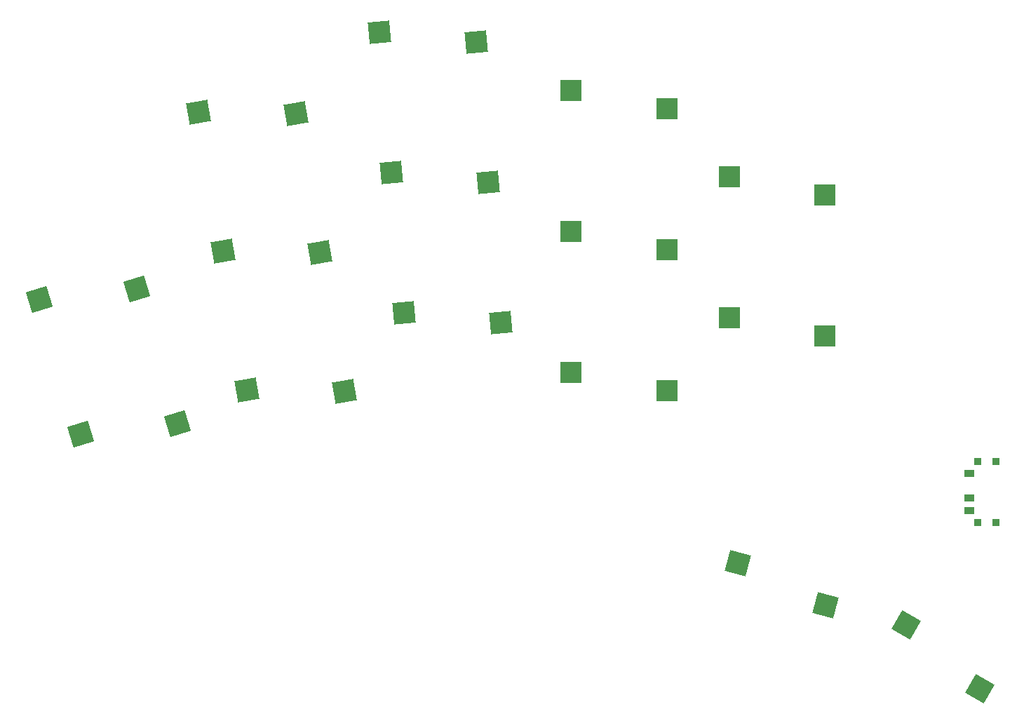
<source format=gbp>
%TF.GenerationSoftware,KiCad,Pcbnew,(6.0.4-0)*%
%TF.CreationDate,2022-04-29T17:53:29+02:00*%
%TF.ProjectId,battamini,62617474-616d-4696-9e69-2e6b69636164,v1.0.0*%
%TF.SameCoordinates,Original*%
%TF.FileFunction,Paste,Bot*%
%TF.FilePolarity,Positive*%
%FSLAX46Y46*%
G04 Gerber Fmt 4.6, Leading zero omitted, Abs format (unit mm)*
G04 Created by KiCad (PCBNEW (6.0.4-0)) date 2022-04-29 17:53:29*
%MOMM*%
%LPD*%
G01*
G04 APERTURE LIST*
G04 Aperture macros list*
%AMRotRect*
0 Rectangle, with rotation*
0 The origin of the aperture is its center*
0 $1 length*
0 $2 width*
0 $3 Rotation angle, in degrees counterclockwise*
0 Add horizontal line*
21,1,$1,$2,0,0,$3*%
G04 Aperture macros list end*
%ADD10RotRect,2.600000X2.600000X10.000000*%
%ADD11RotRect,2.600000X2.600000X5.000000*%
%ADD12R,2.600000X2.600000*%
%ADD13RotRect,2.600000X2.600000X330.000000*%
%ADD14R,0.900000X0.900000*%
%ADD15R,1.250000X0.900000*%
%ADD16RotRect,2.600000X2.600000X17.000000*%
%ADD17RotRect,2.600000X2.600000X345.000000*%
G04 APERTURE END LIST*
D10*
%TO.C,S11*%
X67128658Y110035975D03*
X78885213Y109875035D03*
%TD*%
D11*
%TO.C,S15*%
X90440529Y102756090D03*
X102138320Y101571111D03*
%TD*%
D12*
%TO.C,S21*%
X112136087Y95636017D03*
X123686087Y93436017D03*
%TD*%
%TO.C,S29*%
X131242334Y102260985D03*
X142792334Y100060985D03*
%TD*%
D13*
%TO.C,S33*%
X152567412Y48150564D03*
X161470005Y40470308D03*
%TD*%
D10*
%TO.C,S7*%
X73032696Y76552511D03*
X84789251Y76391571D03*
%TD*%
D14*
%TO.C,T2*%
X163387367Y60512667D03*
X163387367Y67912667D03*
X161187367Y60512667D03*
X161187367Y67912667D03*
D15*
X160212367Y66462667D03*
X160212367Y63462667D03*
X160212367Y61962667D03*
%TD*%
D16*
%TO.C,S5*%
X47970749Y87462459D03*
X59659287Y88735482D03*
%TD*%
D12*
%TO.C,S27*%
X131242334Y85260985D03*
X142792334Y83060985D03*
%TD*%
D10*
%TO.C,S9*%
X70080677Y93294243D03*
X81837232Y93133303D03*
%TD*%
D11*
%TO.C,S13*%
X91922177Y85820780D03*
X103619968Y84635801D03*
%TD*%
%TO.C,S17*%
X88958882Y119691400D03*
X100656673Y118506421D03*
%TD*%
D17*
%TO.C,S31*%
X132267612Y55633629D03*
X142854654Y50519232D03*
%TD*%
D16*
%TO.C,S3*%
X52941068Y71205278D03*
X64629606Y72478301D03*
%TD*%
D12*
%TO.C,S23*%
X112136087Y112636017D03*
X123686087Y110436017D03*
%TD*%
%TO.C,S19*%
X112136087Y78636017D03*
X123686087Y76436017D03*
%TD*%
M02*

</source>
